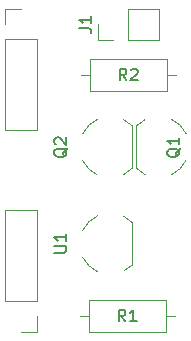
<source format=gto>
%TF.GenerationSoftware,KiCad,Pcbnew,9.0.0*%
%TF.CreationDate,2025-03-07T11:18:17-05:00*%
%TF.ProjectId,current_sink,63757272-656e-4745-9f73-696e6b2e6b69,rev?*%
%TF.SameCoordinates,Original*%
%TF.FileFunction,Legend,Top*%
%TF.FilePolarity,Positive*%
%FSLAX46Y46*%
G04 Gerber Fmt 4.6, Leading zero omitted, Abs format (unit mm)*
G04 Created by KiCad (PCBNEW 9.0.0) date 2025-03-07 11:18:17*
%MOMM*%
%LPD*%
G01*
G04 APERTURE LIST*
%ADD10C,0.150000*%
%ADD11C,0.120000*%
G04 APERTURE END LIST*
D10*
X12733333Y-15554819D02*
X12400000Y-15078628D01*
X12161905Y-15554819D02*
X12161905Y-14554819D01*
X12161905Y-14554819D02*
X12542857Y-14554819D01*
X12542857Y-14554819D02*
X12638095Y-14602438D01*
X12638095Y-14602438D02*
X12685714Y-14650057D01*
X12685714Y-14650057D02*
X12733333Y-14745295D01*
X12733333Y-14745295D02*
X12733333Y-14888152D01*
X12733333Y-14888152D02*
X12685714Y-14983390D01*
X12685714Y-14983390D02*
X12638095Y-15031009D01*
X12638095Y-15031009D02*
X12542857Y-15078628D01*
X12542857Y-15078628D02*
X12161905Y-15078628D01*
X13114286Y-14650057D02*
X13161905Y-14602438D01*
X13161905Y-14602438D02*
X13257143Y-14554819D01*
X13257143Y-14554819D02*
X13495238Y-14554819D01*
X13495238Y-14554819D02*
X13590476Y-14602438D01*
X13590476Y-14602438D02*
X13638095Y-14650057D01*
X13638095Y-14650057D02*
X13685714Y-14745295D01*
X13685714Y-14745295D02*
X13685714Y-14840533D01*
X13685714Y-14840533D02*
X13638095Y-14983390D01*
X13638095Y-14983390D02*
X13066667Y-15554819D01*
X13066667Y-15554819D02*
X13685714Y-15554819D01*
X8749819Y-11133333D02*
X9464104Y-11133333D01*
X9464104Y-11133333D02*
X9606961Y-11180952D01*
X9606961Y-11180952D02*
X9702200Y-11276190D01*
X9702200Y-11276190D02*
X9749819Y-11419047D01*
X9749819Y-11419047D02*
X9749819Y-11514285D01*
X9749819Y-10133333D02*
X9749819Y-10704761D01*
X9749819Y-10419047D02*
X8749819Y-10419047D01*
X8749819Y-10419047D02*
X8892676Y-10514285D01*
X8892676Y-10514285D02*
X8987914Y-10609523D01*
X8987914Y-10609523D02*
X9035533Y-10704761D01*
X6634819Y-30131904D02*
X7444342Y-30131904D01*
X7444342Y-30131904D02*
X7539580Y-30084285D01*
X7539580Y-30084285D02*
X7587200Y-30036666D01*
X7587200Y-30036666D02*
X7634819Y-29941428D01*
X7634819Y-29941428D02*
X7634819Y-29750952D01*
X7634819Y-29750952D02*
X7587200Y-29655714D01*
X7587200Y-29655714D02*
X7539580Y-29608095D01*
X7539580Y-29608095D02*
X7444342Y-29560476D01*
X7444342Y-29560476D02*
X6634819Y-29560476D01*
X7634819Y-28560476D02*
X7634819Y-29131904D01*
X7634819Y-28846190D02*
X6634819Y-28846190D01*
X6634819Y-28846190D02*
X6777676Y-28941428D01*
X6777676Y-28941428D02*
X6872914Y-29036666D01*
X6872914Y-29036666D02*
X6920533Y-29131904D01*
X17270057Y-21305238D02*
X17222438Y-21400476D01*
X17222438Y-21400476D02*
X17127200Y-21495714D01*
X17127200Y-21495714D02*
X16984342Y-21638571D01*
X16984342Y-21638571D02*
X16936723Y-21733809D01*
X16936723Y-21733809D02*
X16936723Y-21829047D01*
X17174819Y-21781428D02*
X17127200Y-21876666D01*
X17127200Y-21876666D02*
X17031961Y-21971904D01*
X17031961Y-21971904D02*
X16841485Y-22019523D01*
X16841485Y-22019523D02*
X16508152Y-22019523D01*
X16508152Y-22019523D02*
X16317676Y-21971904D01*
X16317676Y-21971904D02*
X16222438Y-21876666D01*
X16222438Y-21876666D02*
X16174819Y-21781428D01*
X16174819Y-21781428D02*
X16174819Y-21590952D01*
X16174819Y-21590952D02*
X16222438Y-21495714D01*
X16222438Y-21495714D02*
X16317676Y-21400476D01*
X16317676Y-21400476D02*
X16508152Y-21352857D01*
X16508152Y-21352857D02*
X16841485Y-21352857D01*
X16841485Y-21352857D02*
X17031961Y-21400476D01*
X17031961Y-21400476D02*
X17127200Y-21495714D01*
X17127200Y-21495714D02*
X17174819Y-21590952D01*
X17174819Y-21590952D02*
X17174819Y-21781428D01*
X17174819Y-20400476D02*
X17174819Y-20971904D01*
X17174819Y-20686190D02*
X16174819Y-20686190D01*
X16174819Y-20686190D02*
X16317676Y-20781428D01*
X16317676Y-20781428D02*
X16412914Y-20876666D01*
X16412914Y-20876666D02*
X16460533Y-20971904D01*
X12633333Y-35954819D02*
X12300000Y-35478628D01*
X12061905Y-35954819D02*
X12061905Y-34954819D01*
X12061905Y-34954819D02*
X12442857Y-34954819D01*
X12442857Y-34954819D02*
X12538095Y-35002438D01*
X12538095Y-35002438D02*
X12585714Y-35050057D01*
X12585714Y-35050057D02*
X12633333Y-35145295D01*
X12633333Y-35145295D02*
X12633333Y-35288152D01*
X12633333Y-35288152D02*
X12585714Y-35383390D01*
X12585714Y-35383390D02*
X12538095Y-35431009D01*
X12538095Y-35431009D02*
X12442857Y-35478628D01*
X12442857Y-35478628D02*
X12061905Y-35478628D01*
X13585714Y-35954819D02*
X13014286Y-35954819D01*
X13300000Y-35954819D02*
X13300000Y-34954819D01*
X13300000Y-34954819D02*
X13204762Y-35097676D01*
X13204762Y-35097676D02*
X13109524Y-35192914D01*
X13109524Y-35192914D02*
X13014286Y-35240533D01*
X7730057Y-21285238D02*
X7682438Y-21380476D01*
X7682438Y-21380476D02*
X7587200Y-21475714D01*
X7587200Y-21475714D02*
X7444342Y-21618571D01*
X7444342Y-21618571D02*
X7396723Y-21713809D01*
X7396723Y-21713809D02*
X7396723Y-21809047D01*
X7634819Y-21761428D02*
X7587200Y-21856666D01*
X7587200Y-21856666D02*
X7491961Y-21951904D01*
X7491961Y-21951904D02*
X7301485Y-21999523D01*
X7301485Y-21999523D02*
X6968152Y-21999523D01*
X6968152Y-21999523D02*
X6777676Y-21951904D01*
X6777676Y-21951904D02*
X6682438Y-21856666D01*
X6682438Y-21856666D02*
X6634819Y-21761428D01*
X6634819Y-21761428D02*
X6634819Y-21570952D01*
X6634819Y-21570952D02*
X6682438Y-21475714D01*
X6682438Y-21475714D02*
X6777676Y-21380476D01*
X6777676Y-21380476D02*
X6968152Y-21332857D01*
X6968152Y-21332857D02*
X7301485Y-21332857D01*
X7301485Y-21332857D02*
X7491961Y-21380476D01*
X7491961Y-21380476D02*
X7587200Y-21475714D01*
X7587200Y-21475714D02*
X7634819Y-21570952D01*
X7634819Y-21570952D02*
X7634819Y-21761428D01*
X6730057Y-20951904D02*
X6682438Y-20904285D01*
X6682438Y-20904285D02*
X6634819Y-20809047D01*
X6634819Y-20809047D02*
X6634819Y-20570952D01*
X6634819Y-20570952D02*
X6682438Y-20475714D01*
X6682438Y-20475714D02*
X6730057Y-20428095D01*
X6730057Y-20428095D02*
X6825295Y-20380476D01*
X6825295Y-20380476D02*
X6920533Y-20380476D01*
X6920533Y-20380476D02*
X7063390Y-20428095D01*
X7063390Y-20428095D02*
X7634819Y-20999523D01*
X7634819Y-20999523D02*
X7634819Y-20380476D01*
D11*
%TO.C,R2*%
X8860000Y-15100000D02*
X9630000Y-15100000D01*
X9630000Y-13730000D02*
X9630000Y-16470000D01*
X9630000Y-16470000D02*
X16170000Y-16470000D01*
X16170000Y-13730000D02*
X9630000Y-13730000D01*
X16170000Y-16470000D02*
X16170000Y-13730000D01*
X16940000Y-15100000D02*
X16170000Y-15100000D01*
%TO.C,J1*%
X10295000Y-12130000D02*
X10295000Y-10800000D01*
X11625000Y-12130000D02*
X10295000Y-12130000D01*
X12895000Y-9470000D02*
X15495000Y-9470000D01*
X12895000Y-12130000D02*
X12895000Y-9470000D01*
X12895000Y-12130000D02*
X15495000Y-12130000D01*
X15495000Y-12130000D02*
X15495000Y-9470000D01*
%TO.C,U1*%
X13220000Y-31180000D02*
X13220000Y-27580000D01*
X9020000Y-28270000D02*
G75*
G02*
X10271629Y-27024542I2350000J-1110000D01*
G01*
X10266158Y-31747199D02*
G75*
G02*
X9020000Y-30520000I1103842J2367199D01*
G01*
X12492795Y-27055816D02*
G75*
G02*
X13220000Y-27580000I-1122795J-2324184D01*
G01*
X13220000Y-31180000D02*
G75*
G02*
X12492795Y-31704184I-1850000J1800000D01*
G01*
%TO.C,J2*%
X2470000Y-9470000D02*
X3800000Y-9470000D01*
X2470000Y-10800000D02*
X2470000Y-9470000D01*
X2470000Y-12070000D02*
X2470000Y-19750000D01*
X2470000Y-12070000D02*
X5130000Y-12070000D01*
X2470000Y-19750000D02*
X5130000Y-19750000D01*
X5130000Y-12070000D02*
X5130000Y-19750000D01*
%TO.C,Q1*%
X13580000Y-19400000D02*
X13580000Y-23000000D01*
X13580000Y-19400000D02*
G75*
G02*
X14307205Y-18875816I1850000J-1800000D01*
G01*
X14307205Y-23524184D02*
G75*
G02*
X13580000Y-23000000I1122795J2324184D01*
G01*
X16533842Y-18832801D02*
G75*
G02*
X17780000Y-20060000I-1103842J-2367199D01*
G01*
X17780000Y-22310000D02*
G75*
G02*
X16528371Y-23555458I-2350000J1110000D01*
G01*
%TO.C,R1*%
X8760000Y-35500000D02*
X9530000Y-35500000D01*
X9530000Y-34130000D02*
X9530000Y-36870000D01*
X9530000Y-36870000D02*
X16070000Y-36870000D01*
X16070000Y-34130000D02*
X9530000Y-34130000D01*
X16070000Y-36870000D02*
X16070000Y-34130000D01*
X16840000Y-35500000D02*
X16070000Y-35500000D01*
%TO.C,J3*%
X2470000Y-34230000D02*
X2470000Y-26550000D01*
X5130000Y-26550000D02*
X2470000Y-26550000D01*
X5130000Y-34230000D02*
X2470000Y-34230000D01*
X5130000Y-34230000D02*
X5130000Y-26550000D01*
X5130000Y-35500000D02*
X5130000Y-36830000D01*
X5130000Y-36830000D02*
X3800000Y-36830000D01*
%TO.C,Q2*%
X13220000Y-23000000D02*
X13220000Y-19400000D01*
X9020000Y-20090000D02*
G75*
G02*
X10271629Y-18844542I2350000J-1110000D01*
G01*
X10266158Y-23567199D02*
G75*
G02*
X9020000Y-22340000I1103842J2367199D01*
G01*
X12492795Y-18875816D02*
G75*
G02*
X13220000Y-19400000I-1122795J-2324184D01*
G01*
X13220000Y-23000000D02*
G75*
G02*
X12492795Y-23524184I-1850000J1800000D01*
G01*
%TD*%
M02*

</source>
